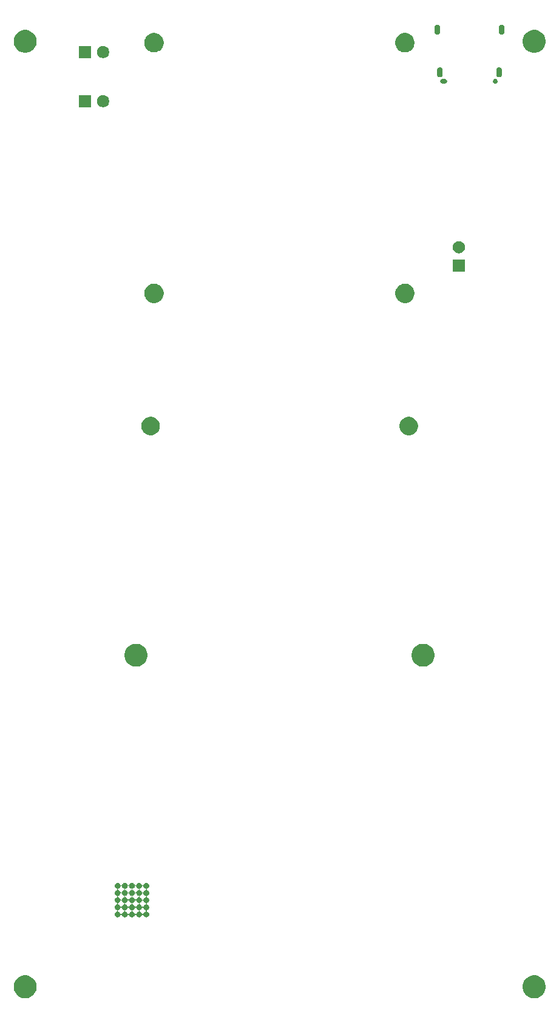
<source format=gbr>
G04 #@! TF.GenerationSoftware,KiCad,Pcbnew,5.1.5+dfsg1-2build2*
G04 #@! TF.CreationDate,2022-08-16T14:09:05+02:00*
G04 #@! TF.ProjectId,qCamPCR,7143616d-5043-4522-9e6b-696361645f70,rev?*
G04 #@! TF.SameCoordinates,Original*
G04 #@! TF.FileFunction,Soldermask,Bot*
G04 #@! TF.FilePolarity,Negative*
%FSLAX46Y46*%
G04 Gerber Fmt 4.6, Leading zero omitted, Abs format (unit mm)*
G04 Created by KiCad (PCBNEW 5.1.5+dfsg1-2build2) date 2022-08-16 14:09:05*
%MOMM*%
%LPD*%
G04 APERTURE LIST*
%ADD10C,0.100000*%
G04 APERTURE END LIST*
D10*
G36*
X135966703Y-164461486D02*
G01*
X136257883Y-164582097D01*
X136519940Y-164757198D01*
X136742802Y-164980060D01*
X136917903Y-165242117D01*
X137038514Y-165533297D01*
X137100000Y-165842412D01*
X137100000Y-166157588D01*
X137038514Y-166466703D01*
X136917903Y-166757883D01*
X136742802Y-167019940D01*
X136519940Y-167242802D01*
X136257883Y-167417903D01*
X135966703Y-167538514D01*
X135657588Y-167600000D01*
X135342412Y-167600000D01*
X135033297Y-167538514D01*
X134742117Y-167417903D01*
X134480060Y-167242802D01*
X134257198Y-167019940D01*
X134082097Y-166757883D01*
X133961486Y-166466703D01*
X133900000Y-166157588D01*
X133900000Y-165842412D01*
X133961486Y-165533297D01*
X134082097Y-165242117D01*
X134257198Y-164980060D01*
X134480060Y-164757198D01*
X134742117Y-164582097D01*
X135033297Y-164461486D01*
X135342412Y-164400000D01*
X135657588Y-164400000D01*
X135966703Y-164461486D01*
G37*
G36*
X64966703Y-164461486D02*
G01*
X65257883Y-164582097D01*
X65519940Y-164757198D01*
X65742802Y-164980060D01*
X65917903Y-165242117D01*
X66038514Y-165533297D01*
X66100000Y-165842412D01*
X66100000Y-166157588D01*
X66038514Y-166466703D01*
X65917903Y-166757883D01*
X65742802Y-167019940D01*
X65519940Y-167242802D01*
X65257883Y-167417903D01*
X64966703Y-167538514D01*
X64657588Y-167600000D01*
X64342412Y-167600000D01*
X64033297Y-167538514D01*
X63742117Y-167417903D01*
X63480060Y-167242802D01*
X63257198Y-167019940D01*
X63082097Y-166757883D01*
X62961486Y-166466703D01*
X62900000Y-166157588D01*
X62900000Y-165842412D01*
X62961486Y-165533297D01*
X63082097Y-165242117D01*
X63257198Y-164980060D01*
X63480060Y-164757198D01*
X63742117Y-164582097D01*
X64033297Y-164461486D01*
X64342412Y-164400000D01*
X64657588Y-164400000D01*
X64966703Y-164461486D01*
G37*
G36*
X77516676Y-151495372D02*
G01*
X77548424Y-151508522D01*
X77589468Y-151525523D01*
X77589471Y-151525525D01*
X77654985Y-151569300D01*
X77710700Y-151625015D01*
X77710701Y-151625017D01*
X77754477Y-151690532D01*
X77784516Y-151763054D01*
X77796067Y-151784665D01*
X77811612Y-151803607D01*
X77830554Y-151819153D01*
X77852164Y-151830704D01*
X77875613Y-151837817D01*
X77899999Y-151840219D01*
X77924385Y-151837817D01*
X77947834Y-151830704D01*
X77969445Y-151819153D01*
X77988387Y-151803608D01*
X78003933Y-151784666D01*
X78015484Y-151763054D01*
X78045523Y-151690532D01*
X78089299Y-151625017D01*
X78089300Y-151625015D01*
X78145015Y-151569300D01*
X78210529Y-151525525D01*
X78210532Y-151525523D01*
X78251576Y-151508522D01*
X78283324Y-151495372D01*
X78360603Y-151480000D01*
X78439397Y-151480000D01*
X78516676Y-151495372D01*
X78548424Y-151508522D01*
X78589468Y-151525523D01*
X78589471Y-151525525D01*
X78654985Y-151569300D01*
X78710700Y-151625015D01*
X78710701Y-151625017D01*
X78754477Y-151690532D01*
X78784516Y-151763054D01*
X78796067Y-151784665D01*
X78811612Y-151803607D01*
X78830554Y-151819153D01*
X78852164Y-151830704D01*
X78875613Y-151837817D01*
X78899999Y-151840219D01*
X78924385Y-151837817D01*
X78947834Y-151830704D01*
X78969445Y-151819153D01*
X78988387Y-151803608D01*
X79003933Y-151784666D01*
X79015484Y-151763054D01*
X79045523Y-151690532D01*
X79089299Y-151625017D01*
X79089300Y-151625015D01*
X79145015Y-151569300D01*
X79210529Y-151525525D01*
X79210532Y-151525523D01*
X79251576Y-151508522D01*
X79283324Y-151495372D01*
X79360603Y-151480000D01*
X79439397Y-151480000D01*
X79516676Y-151495372D01*
X79548424Y-151508522D01*
X79589468Y-151525523D01*
X79589471Y-151525525D01*
X79654985Y-151569300D01*
X79710700Y-151625015D01*
X79710701Y-151625017D01*
X79754477Y-151690532D01*
X79784516Y-151763054D01*
X79796067Y-151784665D01*
X79811612Y-151803607D01*
X79830554Y-151819153D01*
X79852164Y-151830704D01*
X79875613Y-151837817D01*
X79899999Y-151840219D01*
X79924385Y-151837817D01*
X79947834Y-151830704D01*
X79969445Y-151819153D01*
X79988387Y-151803608D01*
X80003933Y-151784666D01*
X80015484Y-151763054D01*
X80045523Y-151690532D01*
X80089299Y-151625017D01*
X80089300Y-151625015D01*
X80145015Y-151569300D01*
X80210529Y-151525525D01*
X80210532Y-151525523D01*
X80251576Y-151508522D01*
X80283324Y-151495372D01*
X80360603Y-151480000D01*
X80439397Y-151480000D01*
X80516676Y-151495372D01*
X80548424Y-151508522D01*
X80589468Y-151525523D01*
X80589471Y-151525525D01*
X80654985Y-151569300D01*
X80710700Y-151625015D01*
X80710701Y-151625017D01*
X80754477Y-151690532D01*
X80784516Y-151763054D01*
X80796067Y-151784665D01*
X80811612Y-151803607D01*
X80830554Y-151819153D01*
X80852164Y-151830704D01*
X80875613Y-151837817D01*
X80899999Y-151840219D01*
X80924385Y-151837817D01*
X80947834Y-151830704D01*
X80969445Y-151819153D01*
X80988387Y-151803608D01*
X81003933Y-151784666D01*
X81015484Y-151763054D01*
X81045523Y-151690532D01*
X81089299Y-151625017D01*
X81089300Y-151625015D01*
X81145015Y-151569300D01*
X81210529Y-151525525D01*
X81210532Y-151525523D01*
X81251576Y-151508522D01*
X81283324Y-151495372D01*
X81360603Y-151480000D01*
X81439397Y-151480000D01*
X81516676Y-151495372D01*
X81548424Y-151508522D01*
X81589468Y-151525523D01*
X81589471Y-151525525D01*
X81654985Y-151569300D01*
X81710700Y-151625015D01*
X81710701Y-151625017D01*
X81754477Y-151690532D01*
X81771478Y-151731576D01*
X81784628Y-151763324D01*
X81800000Y-151840603D01*
X81800000Y-151919397D01*
X81784628Y-151996676D01*
X81784516Y-151996946D01*
X81754477Y-152069468D01*
X81754475Y-152069471D01*
X81710700Y-152134985D01*
X81654985Y-152190700D01*
X81589471Y-152234475D01*
X81589468Y-152234477D01*
X81516946Y-152264516D01*
X81495335Y-152276067D01*
X81476393Y-152291612D01*
X81460847Y-152310554D01*
X81449296Y-152332164D01*
X81442183Y-152355613D01*
X81439781Y-152379999D01*
X81442183Y-152404385D01*
X81449296Y-152427834D01*
X81460847Y-152449445D01*
X81476392Y-152468387D01*
X81495334Y-152483933D01*
X81516946Y-152495484D01*
X81589468Y-152525523D01*
X81589471Y-152525525D01*
X81654985Y-152569300D01*
X81710700Y-152625015D01*
X81710701Y-152625017D01*
X81754477Y-152690532D01*
X81771478Y-152731576D01*
X81784628Y-152763324D01*
X81800000Y-152840603D01*
X81800000Y-152919397D01*
X81784628Y-152996676D01*
X81784516Y-152996946D01*
X81754477Y-153069468D01*
X81754475Y-153069471D01*
X81710700Y-153134985D01*
X81654985Y-153190700D01*
X81589471Y-153234475D01*
X81589468Y-153234477D01*
X81516946Y-153264516D01*
X81495335Y-153276067D01*
X81476393Y-153291612D01*
X81460847Y-153310554D01*
X81449296Y-153332164D01*
X81442183Y-153355613D01*
X81439781Y-153379999D01*
X81442183Y-153404385D01*
X81449296Y-153427834D01*
X81460847Y-153449445D01*
X81476392Y-153468387D01*
X81495334Y-153483933D01*
X81516946Y-153495484D01*
X81589468Y-153525523D01*
X81589471Y-153525525D01*
X81654985Y-153569300D01*
X81710700Y-153625015D01*
X81710701Y-153625017D01*
X81754477Y-153690532D01*
X81771478Y-153731576D01*
X81784628Y-153763324D01*
X81800000Y-153840603D01*
X81800000Y-153919397D01*
X81784628Y-153996676D01*
X81784516Y-153996946D01*
X81754477Y-154069468D01*
X81754475Y-154069471D01*
X81710700Y-154134985D01*
X81654985Y-154190700D01*
X81589471Y-154234475D01*
X81589468Y-154234477D01*
X81516946Y-154264516D01*
X81495335Y-154276067D01*
X81476393Y-154291612D01*
X81460847Y-154310554D01*
X81449296Y-154332164D01*
X81442183Y-154355613D01*
X81439781Y-154379999D01*
X81442183Y-154404385D01*
X81449296Y-154427834D01*
X81460847Y-154449445D01*
X81476392Y-154468387D01*
X81495334Y-154483933D01*
X81516946Y-154495484D01*
X81589468Y-154525523D01*
X81589471Y-154525525D01*
X81654985Y-154569300D01*
X81710700Y-154625015D01*
X81710701Y-154625017D01*
X81754477Y-154690532D01*
X81771478Y-154731576D01*
X81784628Y-154763324D01*
X81800000Y-154840603D01*
X81800000Y-154919397D01*
X81784628Y-154996676D01*
X81784516Y-154996946D01*
X81754477Y-155069468D01*
X81754475Y-155069471D01*
X81710700Y-155134985D01*
X81654985Y-155190700D01*
X81589471Y-155234475D01*
X81589468Y-155234477D01*
X81516946Y-155264516D01*
X81495335Y-155276067D01*
X81476393Y-155291612D01*
X81460847Y-155310554D01*
X81449296Y-155332164D01*
X81442183Y-155355613D01*
X81439781Y-155379999D01*
X81442183Y-155404385D01*
X81449296Y-155427834D01*
X81460847Y-155449445D01*
X81476392Y-155468387D01*
X81495334Y-155483933D01*
X81516946Y-155495484D01*
X81589468Y-155525523D01*
X81589471Y-155525525D01*
X81654985Y-155569300D01*
X81710700Y-155625015D01*
X81710701Y-155625017D01*
X81754477Y-155690532D01*
X81771478Y-155731576D01*
X81784628Y-155763324D01*
X81800000Y-155840603D01*
X81800000Y-155919397D01*
X81784628Y-155996676D01*
X81784516Y-155996946D01*
X81754477Y-156069468D01*
X81754475Y-156069471D01*
X81710700Y-156134985D01*
X81654985Y-156190700D01*
X81589471Y-156234475D01*
X81589468Y-156234477D01*
X81548424Y-156251478D01*
X81516676Y-156264628D01*
X81439397Y-156280000D01*
X81360603Y-156280000D01*
X81283324Y-156264628D01*
X81251576Y-156251478D01*
X81210532Y-156234477D01*
X81210529Y-156234475D01*
X81145015Y-156190700D01*
X81089300Y-156134985D01*
X81045525Y-156069471D01*
X81045523Y-156069468D01*
X81015484Y-155996946D01*
X81003933Y-155975335D01*
X80988388Y-155956393D01*
X80969446Y-155940847D01*
X80947836Y-155929296D01*
X80924387Y-155922183D01*
X80900001Y-155919781D01*
X80875615Y-155922183D01*
X80852166Y-155929296D01*
X80830555Y-155940847D01*
X80811613Y-155956392D01*
X80796067Y-155975334D01*
X80784516Y-155996946D01*
X80754477Y-156069468D01*
X80754475Y-156069471D01*
X80710700Y-156134985D01*
X80654985Y-156190700D01*
X80589471Y-156234475D01*
X80589468Y-156234477D01*
X80548424Y-156251478D01*
X80516676Y-156264628D01*
X80439397Y-156280000D01*
X80360603Y-156280000D01*
X80283324Y-156264628D01*
X80251576Y-156251478D01*
X80210532Y-156234477D01*
X80210529Y-156234475D01*
X80145015Y-156190700D01*
X80089300Y-156134985D01*
X80045525Y-156069471D01*
X80045523Y-156069468D01*
X80015484Y-155996946D01*
X80003933Y-155975335D01*
X79988388Y-155956393D01*
X79969446Y-155940847D01*
X79947836Y-155929296D01*
X79924387Y-155922183D01*
X79900001Y-155919781D01*
X79875615Y-155922183D01*
X79852166Y-155929296D01*
X79830555Y-155940847D01*
X79811613Y-155956392D01*
X79796067Y-155975334D01*
X79784516Y-155996946D01*
X79754477Y-156069468D01*
X79754475Y-156069471D01*
X79710700Y-156134985D01*
X79654985Y-156190700D01*
X79589471Y-156234475D01*
X79589468Y-156234477D01*
X79548424Y-156251478D01*
X79516676Y-156264628D01*
X79439397Y-156280000D01*
X79360603Y-156280000D01*
X79283324Y-156264628D01*
X79251576Y-156251478D01*
X79210532Y-156234477D01*
X79210529Y-156234475D01*
X79145015Y-156190700D01*
X79089300Y-156134985D01*
X79045525Y-156069471D01*
X79045523Y-156069468D01*
X79015484Y-155996946D01*
X79003933Y-155975335D01*
X78988388Y-155956393D01*
X78969446Y-155940847D01*
X78947836Y-155929296D01*
X78924387Y-155922183D01*
X78900001Y-155919781D01*
X78875615Y-155922183D01*
X78852166Y-155929296D01*
X78830555Y-155940847D01*
X78811613Y-155956392D01*
X78796067Y-155975334D01*
X78784516Y-155996946D01*
X78754477Y-156069468D01*
X78754475Y-156069471D01*
X78710700Y-156134985D01*
X78654985Y-156190700D01*
X78589471Y-156234475D01*
X78589468Y-156234477D01*
X78548424Y-156251478D01*
X78516676Y-156264628D01*
X78439397Y-156280000D01*
X78360603Y-156280000D01*
X78283324Y-156264628D01*
X78251576Y-156251478D01*
X78210532Y-156234477D01*
X78210529Y-156234475D01*
X78145015Y-156190700D01*
X78089300Y-156134985D01*
X78045525Y-156069471D01*
X78045523Y-156069468D01*
X78015484Y-155996946D01*
X78003933Y-155975335D01*
X77988388Y-155956393D01*
X77969446Y-155940847D01*
X77947836Y-155929296D01*
X77924387Y-155922183D01*
X77900001Y-155919781D01*
X77875615Y-155922183D01*
X77852166Y-155929296D01*
X77830555Y-155940847D01*
X77811613Y-155956392D01*
X77796067Y-155975334D01*
X77784516Y-155996946D01*
X77754477Y-156069468D01*
X77754475Y-156069471D01*
X77710700Y-156134985D01*
X77654985Y-156190700D01*
X77589471Y-156234475D01*
X77589468Y-156234477D01*
X77548424Y-156251478D01*
X77516676Y-156264628D01*
X77439397Y-156280000D01*
X77360603Y-156280000D01*
X77283324Y-156264628D01*
X77251576Y-156251478D01*
X77210532Y-156234477D01*
X77210529Y-156234475D01*
X77145015Y-156190700D01*
X77089300Y-156134985D01*
X77045525Y-156069471D01*
X77045523Y-156069468D01*
X77015484Y-155996946D01*
X77015372Y-155996676D01*
X77000000Y-155919397D01*
X77000000Y-155840603D01*
X77015372Y-155763324D01*
X77028522Y-155731576D01*
X77045523Y-155690532D01*
X77089299Y-155625017D01*
X77089300Y-155625015D01*
X77145015Y-155569300D01*
X77210529Y-155525525D01*
X77210532Y-155525523D01*
X77283054Y-155495484D01*
X77304665Y-155483933D01*
X77323607Y-155468388D01*
X77339153Y-155449446D01*
X77350704Y-155427836D01*
X77357817Y-155404387D01*
X77360219Y-155380001D01*
X77360219Y-155379999D01*
X77439781Y-155379999D01*
X77442183Y-155404385D01*
X77449296Y-155427834D01*
X77460847Y-155449445D01*
X77476392Y-155468387D01*
X77495334Y-155483933D01*
X77516946Y-155495484D01*
X77589468Y-155525523D01*
X77589471Y-155525525D01*
X77654985Y-155569300D01*
X77710700Y-155625015D01*
X77710701Y-155625017D01*
X77754477Y-155690532D01*
X77784516Y-155763054D01*
X77796067Y-155784665D01*
X77811612Y-155803607D01*
X77830554Y-155819153D01*
X77852164Y-155830704D01*
X77875613Y-155837817D01*
X77899999Y-155840219D01*
X77924385Y-155837817D01*
X77947834Y-155830704D01*
X77969445Y-155819153D01*
X77988387Y-155803608D01*
X78003933Y-155784666D01*
X78015484Y-155763054D01*
X78045523Y-155690532D01*
X78089299Y-155625017D01*
X78089300Y-155625015D01*
X78145015Y-155569300D01*
X78210529Y-155525525D01*
X78210532Y-155525523D01*
X78283054Y-155495484D01*
X78304665Y-155483933D01*
X78323607Y-155468388D01*
X78339153Y-155449446D01*
X78350704Y-155427836D01*
X78357817Y-155404387D01*
X78360219Y-155380001D01*
X78360219Y-155379999D01*
X78439781Y-155379999D01*
X78442183Y-155404385D01*
X78449296Y-155427834D01*
X78460847Y-155449445D01*
X78476392Y-155468387D01*
X78495334Y-155483933D01*
X78516946Y-155495484D01*
X78589468Y-155525523D01*
X78589471Y-155525525D01*
X78654985Y-155569300D01*
X78710700Y-155625015D01*
X78710701Y-155625017D01*
X78754477Y-155690532D01*
X78784516Y-155763054D01*
X78796067Y-155784665D01*
X78811612Y-155803607D01*
X78830554Y-155819153D01*
X78852164Y-155830704D01*
X78875613Y-155837817D01*
X78899999Y-155840219D01*
X78924385Y-155837817D01*
X78947834Y-155830704D01*
X78969445Y-155819153D01*
X78988387Y-155803608D01*
X79003933Y-155784666D01*
X79015484Y-155763054D01*
X79045523Y-155690532D01*
X79089299Y-155625017D01*
X79089300Y-155625015D01*
X79145015Y-155569300D01*
X79210529Y-155525525D01*
X79210532Y-155525523D01*
X79283054Y-155495484D01*
X79304665Y-155483933D01*
X79323607Y-155468388D01*
X79339153Y-155449446D01*
X79350704Y-155427836D01*
X79357817Y-155404387D01*
X79360219Y-155380001D01*
X79360219Y-155379999D01*
X79439781Y-155379999D01*
X79442183Y-155404385D01*
X79449296Y-155427834D01*
X79460847Y-155449445D01*
X79476392Y-155468387D01*
X79495334Y-155483933D01*
X79516946Y-155495484D01*
X79589468Y-155525523D01*
X79589471Y-155525525D01*
X79654985Y-155569300D01*
X79710700Y-155625015D01*
X79710701Y-155625017D01*
X79754477Y-155690532D01*
X79784516Y-155763054D01*
X79796067Y-155784665D01*
X79811612Y-155803607D01*
X79830554Y-155819153D01*
X79852164Y-155830704D01*
X79875613Y-155837817D01*
X79899999Y-155840219D01*
X79924385Y-155837817D01*
X79947834Y-155830704D01*
X79969445Y-155819153D01*
X79988387Y-155803608D01*
X80003933Y-155784666D01*
X80015484Y-155763054D01*
X80045523Y-155690532D01*
X80089299Y-155625017D01*
X80089300Y-155625015D01*
X80145015Y-155569300D01*
X80210529Y-155525525D01*
X80210532Y-155525523D01*
X80283054Y-155495484D01*
X80304665Y-155483933D01*
X80323607Y-155468388D01*
X80339153Y-155449446D01*
X80350704Y-155427836D01*
X80357817Y-155404387D01*
X80360219Y-155380001D01*
X80360219Y-155379999D01*
X80439781Y-155379999D01*
X80442183Y-155404385D01*
X80449296Y-155427834D01*
X80460847Y-155449445D01*
X80476392Y-155468387D01*
X80495334Y-155483933D01*
X80516946Y-155495484D01*
X80589468Y-155525523D01*
X80589471Y-155525525D01*
X80654985Y-155569300D01*
X80710700Y-155625015D01*
X80710701Y-155625017D01*
X80754477Y-155690532D01*
X80784516Y-155763054D01*
X80796067Y-155784665D01*
X80811612Y-155803607D01*
X80830554Y-155819153D01*
X80852164Y-155830704D01*
X80875613Y-155837817D01*
X80899999Y-155840219D01*
X80924385Y-155837817D01*
X80947834Y-155830704D01*
X80969445Y-155819153D01*
X80988387Y-155803608D01*
X81003933Y-155784666D01*
X81015484Y-155763054D01*
X81045523Y-155690532D01*
X81089299Y-155625017D01*
X81089300Y-155625015D01*
X81145015Y-155569300D01*
X81210529Y-155525525D01*
X81210532Y-155525523D01*
X81283054Y-155495484D01*
X81304665Y-155483933D01*
X81323607Y-155468388D01*
X81339153Y-155449446D01*
X81350704Y-155427836D01*
X81357817Y-155404387D01*
X81360219Y-155380001D01*
X81357817Y-155355615D01*
X81350704Y-155332166D01*
X81339153Y-155310555D01*
X81323608Y-155291613D01*
X81304666Y-155276067D01*
X81283054Y-155264516D01*
X81210532Y-155234477D01*
X81210529Y-155234475D01*
X81145015Y-155190700D01*
X81089300Y-155134985D01*
X81045525Y-155069471D01*
X81045523Y-155069468D01*
X81015484Y-154996946D01*
X81003933Y-154975335D01*
X80988388Y-154956393D01*
X80969446Y-154940847D01*
X80947836Y-154929296D01*
X80924387Y-154922183D01*
X80900001Y-154919781D01*
X80875615Y-154922183D01*
X80852166Y-154929296D01*
X80830555Y-154940847D01*
X80811613Y-154956392D01*
X80796067Y-154975334D01*
X80784516Y-154996946D01*
X80754477Y-155069468D01*
X80754475Y-155069471D01*
X80710700Y-155134985D01*
X80654985Y-155190700D01*
X80589471Y-155234475D01*
X80589468Y-155234477D01*
X80516946Y-155264516D01*
X80495335Y-155276067D01*
X80476393Y-155291612D01*
X80460847Y-155310554D01*
X80449296Y-155332164D01*
X80442183Y-155355613D01*
X80439781Y-155379999D01*
X80360219Y-155379999D01*
X80357817Y-155355615D01*
X80350704Y-155332166D01*
X80339153Y-155310555D01*
X80323608Y-155291613D01*
X80304666Y-155276067D01*
X80283054Y-155264516D01*
X80210532Y-155234477D01*
X80210529Y-155234475D01*
X80145015Y-155190700D01*
X80089300Y-155134985D01*
X80045525Y-155069471D01*
X80045523Y-155069468D01*
X80015484Y-154996946D01*
X80003933Y-154975335D01*
X79988388Y-154956393D01*
X79969446Y-154940847D01*
X79947836Y-154929296D01*
X79924387Y-154922183D01*
X79900001Y-154919781D01*
X79875615Y-154922183D01*
X79852166Y-154929296D01*
X79830555Y-154940847D01*
X79811613Y-154956392D01*
X79796067Y-154975334D01*
X79784516Y-154996946D01*
X79754477Y-155069468D01*
X79754475Y-155069471D01*
X79710700Y-155134985D01*
X79654985Y-155190700D01*
X79589471Y-155234475D01*
X79589468Y-155234477D01*
X79516946Y-155264516D01*
X79495335Y-155276067D01*
X79476393Y-155291612D01*
X79460847Y-155310554D01*
X79449296Y-155332164D01*
X79442183Y-155355613D01*
X79439781Y-155379999D01*
X79360219Y-155379999D01*
X79357817Y-155355615D01*
X79350704Y-155332166D01*
X79339153Y-155310555D01*
X79323608Y-155291613D01*
X79304666Y-155276067D01*
X79283054Y-155264516D01*
X79210532Y-155234477D01*
X79210529Y-155234475D01*
X79145015Y-155190700D01*
X79089300Y-155134985D01*
X79045525Y-155069471D01*
X79045523Y-155069468D01*
X79015484Y-154996946D01*
X79003933Y-154975335D01*
X78988388Y-154956393D01*
X78969446Y-154940847D01*
X78947836Y-154929296D01*
X78924387Y-154922183D01*
X78900001Y-154919781D01*
X78875615Y-154922183D01*
X78852166Y-154929296D01*
X78830555Y-154940847D01*
X78811613Y-154956392D01*
X78796067Y-154975334D01*
X78784516Y-154996946D01*
X78754477Y-155069468D01*
X78754475Y-155069471D01*
X78710700Y-155134985D01*
X78654985Y-155190700D01*
X78589471Y-155234475D01*
X78589468Y-155234477D01*
X78516946Y-155264516D01*
X78495335Y-155276067D01*
X78476393Y-155291612D01*
X78460847Y-155310554D01*
X78449296Y-155332164D01*
X78442183Y-155355613D01*
X78439781Y-155379999D01*
X78360219Y-155379999D01*
X78357817Y-155355615D01*
X78350704Y-155332166D01*
X78339153Y-155310555D01*
X78323608Y-155291613D01*
X78304666Y-155276067D01*
X78283054Y-155264516D01*
X78210532Y-155234477D01*
X78210529Y-155234475D01*
X78145015Y-155190700D01*
X78089300Y-155134985D01*
X78045525Y-155069471D01*
X78045523Y-155069468D01*
X78015484Y-154996946D01*
X78003933Y-154975335D01*
X77988388Y-154956393D01*
X77969446Y-154940847D01*
X77947836Y-154929296D01*
X77924387Y-154922183D01*
X77900001Y-154919781D01*
X77875615Y-154922183D01*
X77852166Y-154929296D01*
X77830555Y-154940847D01*
X77811613Y-154956392D01*
X77796067Y-154975334D01*
X77784516Y-154996946D01*
X77754477Y-155069468D01*
X77754475Y-155069471D01*
X77710700Y-155134985D01*
X77654985Y-155190700D01*
X77589471Y-155234475D01*
X77589468Y-155234477D01*
X77516946Y-155264516D01*
X77495335Y-155276067D01*
X77476393Y-155291612D01*
X77460847Y-155310554D01*
X77449296Y-155332164D01*
X77442183Y-155355613D01*
X77439781Y-155379999D01*
X77360219Y-155379999D01*
X77357817Y-155355615D01*
X77350704Y-155332166D01*
X77339153Y-155310555D01*
X77323608Y-155291613D01*
X77304666Y-155276067D01*
X77283054Y-155264516D01*
X77210532Y-155234477D01*
X77210529Y-155234475D01*
X77145015Y-155190700D01*
X77089300Y-155134985D01*
X77045525Y-155069471D01*
X77045523Y-155069468D01*
X77015484Y-154996946D01*
X77015372Y-154996676D01*
X77000000Y-154919397D01*
X77000000Y-154840603D01*
X77015372Y-154763324D01*
X77028522Y-154731576D01*
X77045523Y-154690532D01*
X77089299Y-154625017D01*
X77089300Y-154625015D01*
X77145015Y-154569300D01*
X77210529Y-154525525D01*
X77210532Y-154525523D01*
X77283054Y-154495484D01*
X77304665Y-154483933D01*
X77323607Y-154468388D01*
X77339153Y-154449446D01*
X77350704Y-154427836D01*
X77357817Y-154404387D01*
X77360219Y-154380001D01*
X77360219Y-154379999D01*
X77439781Y-154379999D01*
X77442183Y-154404385D01*
X77449296Y-154427834D01*
X77460847Y-154449445D01*
X77476392Y-154468387D01*
X77495334Y-154483933D01*
X77516946Y-154495484D01*
X77589468Y-154525523D01*
X77589471Y-154525525D01*
X77654985Y-154569300D01*
X77710700Y-154625015D01*
X77710701Y-154625017D01*
X77754477Y-154690532D01*
X77784516Y-154763054D01*
X77796067Y-154784665D01*
X77811612Y-154803607D01*
X77830554Y-154819153D01*
X77852164Y-154830704D01*
X77875613Y-154837817D01*
X77899999Y-154840219D01*
X77924385Y-154837817D01*
X77947834Y-154830704D01*
X77969445Y-154819153D01*
X77988387Y-154803608D01*
X78003933Y-154784666D01*
X78015484Y-154763054D01*
X78045523Y-154690532D01*
X78089299Y-154625017D01*
X78089300Y-154625015D01*
X78145015Y-154569300D01*
X78210529Y-154525525D01*
X78210532Y-154525523D01*
X78283054Y-154495484D01*
X78304665Y-154483933D01*
X78323607Y-154468388D01*
X78339153Y-154449446D01*
X78350704Y-154427836D01*
X78357817Y-154404387D01*
X78360219Y-154380001D01*
X78360219Y-154379999D01*
X78439781Y-154379999D01*
X78442183Y-154404385D01*
X78449296Y-154427834D01*
X78460847Y-154449445D01*
X78476392Y-154468387D01*
X78495334Y-154483933D01*
X78516946Y-154495484D01*
X78589468Y-154525523D01*
X78589471Y-154525525D01*
X78654985Y-154569300D01*
X78710700Y-154625015D01*
X78710701Y-154625017D01*
X78754477Y-154690532D01*
X78784516Y-154763054D01*
X78796067Y-154784665D01*
X78811612Y-154803607D01*
X78830554Y-154819153D01*
X78852164Y-154830704D01*
X78875613Y-154837817D01*
X78899999Y-154840219D01*
X78924385Y-154837817D01*
X78947834Y-154830704D01*
X78969445Y-154819153D01*
X78988387Y-154803608D01*
X79003933Y-154784666D01*
X79015484Y-154763054D01*
X79045523Y-154690532D01*
X79089299Y-154625017D01*
X79089300Y-154625015D01*
X79145015Y-154569300D01*
X79210529Y-154525525D01*
X79210532Y-154525523D01*
X79283054Y-154495484D01*
X79304665Y-154483933D01*
X79323607Y-154468388D01*
X79339153Y-154449446D01*
X79350704Y-154427836D01*
X79357817Y-154404387D01*
X79360219Y-154380001D01*
X79360219Y-154379999D01*
X79439781Y-154379999D01*
X79442183Y-154404385D01*
X79449296Y-154427834D01*
X79460847Y-154449445D01*
X79476392Y-154468387D01*
X79495334Y-154483933D01*
X79516946Y-154495484D01*
X79589468Y-154525523D01*
X79589471Y-154525525D01*
X79654985Y-154569300D01*
X79710700Y-154625015D01*
X79710701Y-154625017D01*
X79754477Y-154690532D01*
X79784516Y-154763054D01*
X79796067Y-154784665D01*
X79811612Y-154803607D01*
X79830554Y-154819153D01*
X79852164Y-154830704D01*
X79875613Y-154837817D01*
X79899999Y-154840219D01*
X79924385Y-154837817D01*
X79947834Y-154830704D01*
X79969445Y-154819153D01*
X79988387Y-154803608D01*
X80003933Y-154784666D01*
X80015484Y-154763054D01*
X80045523Y-154690532D01*
X80089299Y-154625017D01*
X80089300Y-154625015D01*
X80145015Y-154569300D01*
X80210529Y-154525525D01*
X80210532Y-154525523D01*
X80283054Y-154495484D01*
X80304665Y-154483933D01*
X80323607Y-154468388D01*
X80339153Y-154449446D01*
X80350704Y-154427836D01*
X80357817Y-154404387D01*
X80360219Y-154380001D01*
X80360219Y-154379999D01*
X80439781Y-154379999D01*
X80442183Y-154404385D01*
X80449296Y-154427834D01*
X80460847Y-154449445D01*
X80476392Y-154468387D01*
X80495334Y-154483933D01*
X80516946Y-154495484D01*
X80589468Y-154525523D01*
X80589471Y-154525525D01*
X80654985Y-154569300D01*
X80710700Y-154625015D01*
X80710701Y-154625017D01*
X80754477Y-154690532D01*
X80784516Y-154763054D01*
X80796067Y-154784665D01*
X80811612Y-154803607D01*
X80830554Y-154819153D01*
X80852164Y-154830704D01*
X80875613Y-154837817D01*
X80899999Y-154840219D01*
X80924385Y-154837817D01*
X80947834Y-154830704D01*
X80969445Y-154819153D01*
X80988387Y-154803608D01*
X81003933Y-154784666D01*
X81015484Y-154763054D01*
X81045523Y-154690532D01*
X81089299Y-154625017D01*
X81089300Y-154625015D01*
X81145015Y-154569300D01*
X81210529Y-154525525D01*
X81210532Y-154525523D01*
X81283054Y-154495484D01*
X81304665Y-154483933D01*
X81323607Y-154468388D01*
X81339153Y-154449446D01*
X81350704Y-154427836D01*
X81357817Y-154404387D01*
X81360219Y-154380001D01*
X81357817Y-154355615D01*
X81350704Y-154332166D01*
X81339153Y-154310555D01*
X81323608Y-154291613D01*
X81304666Y-154276067D01*
X81283054Y-154264516D01*
X81210532Y-154234477D01*
X81210529Y-154234475D01*
X81145015Y-154190700D01*
X81089300Y-154134985D01*
X81045525Y-154069471D01*
X81045523Y-154069468D01*
X81015484Y-153996946D01*
X81003933Y-153975335D01*
X80988388Y-153956393D01*
X80969446Y-153940847D01*
X80947836Y-153929296D01*
X80924387Y-153922183D01*
X80900001Y-153919781D01*
X80875615Y-153922183D01*
X80852166Y-153929296D01*
X80830555Y-153940847D01*
X80811613Y-153956392D01*
X80796067Y-153975334D01*
X80784516Y-153996946D01*
X80754477Y-154069468D01*
X80754475Y-154069471D01*
X80710700Y-154134985D01*
X80654985Y-154190700D01*
X80589471Y-154234475D01*
X80589468Y-154234477D01*
X80516946Y-154264516D01*
X80495335Y-154276067D01*
X80476393Y-154291612D01*
X80460847Y-154310554D01*
X80449296Y-154332164D01*
X80442183Y-154355613D01*
X80439781Y-154379999D01*
X80360219Y-154379999D01*
X80357817Y-154355615D01*
X80350704Y-154332166D01*
X80339153Y-154310555D01*
X80323608Y-154291613D01*
X80304666Y-154276067D01*
X80283054Y-154264516D01*
X80210532Y-154234477D01*
X80210529Y-154234475D01*
X80145015Y-154190700D01*
X80089300Y-154134985D01*
X80045525Y-154069471D01*
X80045523Y-154069468D01*
X80015484Y-153996946D01*
X80003933Y-153975335D01*
X79988388Y-153956393D01*
X79969446Y-153940847D01*
X79947836Y-153929296D01*
X79924387Y-153922183D01*
X79900001Y-153919781D01*
X79875615Y-153922183D01*
X79852166Y-153929296D01*
X79830555Y-153940847D01*
X79811613Y-153956392D01*
X79796067Y-153975334D01*
X79784516Y-153996946D01*
X79754477Y-154069468D01*
X79754475Y-154069471D01*
X79710700Y-154134985D01*
X79654985Y-154190700D01*
X79589471Y-154234475D01*
X79589468Y-154234477D01*
X79516946Y-154264516D01*
X79495335Y-154276067D01*
X79476393Y-154291612D01*
X79460847Y-154310554D01*
X79449296Y-154332164D01*
X79442183Y-154355613D01*
X79439781Y-154379999D01*
X79360219Y-154379999D01*
X79357817Y-154355615D01*
X79350704Y-154332166D01*
X79339153Y-154310555D01*
X79323608Y-154291613D01*
X79304666Y-154276067D01*
X79283054Y-154264516D01*
X79210532Y-154234477D01*
X79210529Y-154234475D01*
X79145015Y-154190700D01*
X79089300Y-154134985D01*
X79045525Y-154069471D01*
X79045523Y-154069468D01*
X79015484Y-153996946D01*
X79003933Y-153975335D01*
X78988388Y-153956393D01*
X78969446Y-153940847D01*
X78947836Y-153929296D01*
X78924387Y-153922183D01*
X78900001Y-153919781D01*
X78875615Y-153922183D01*
X78852166Y-153929296D01*
X78830555Y-153940847D01*
X78811613Y-153956392D01*
X78796067Y-153975334D01*
X78784516Y-153996946D01*
X78754477Y-154069468D01*
X78754475Y-154069471D01*
X78710700Y-154134985D01*
X78654985Y-154190700D01*
X78589471Y-154234475D01*
X78589468Y-154234477D01*
X78516946Y-154264516D01*
X78495335Y-154276067D01*
X78476393Y-154291612D01*
X78460847Y-154310554D01*
X78449296Y-154332164D01*
X78442183Y-154355613D01*
X78439781Y-154379999D01*
X78360219Y-154379999D01*
X78357817Y-154355615D01*
X78350704Y-154332166D01*
X78339153Y-154310555D01*
X78323608Y-154291613D01*
X78304666Y-154276067D01*
X78283054Y-154264516D01*
X78210532Y-154234477D01*
X78210529Y-154234475D01*
X78145015Y-154190700D01*
X78089300Y-154134985D01*
X78045525Y-154069471D01*
X78045523Y-154069468D01*
X78015484Y-153996946D01*
X78003933Y-153975335D01*
X77988388Y-153956393D01*
X77969446Y-153940847D01*
X77947836Y-153929296D01*
X77924387Y-153922183D01*
X77900001Y-153919781D01*
X77875615Y-153922183D01*
X77852166Y-153929296D01*
X77830555Y-153940847D01*
X77811613Y-153956392D01*
X77796067Y-153975334D01*
X77784516Y-153996946D01*
X77754477Y-154069468D01*
X77754475Y-154069471D01*
X77710700Y-154134985D01*
X77654985Y-154190700D01*
X77589471Y-154234475D01*
X77589468Y-154234477D01*
X77516946Y-154264516D01*
X77495335Y-154276067D01*
X77476393Y-154291612D01*
X77460847Y-154310554D01*
X77449296Y-154332164D01*
X77442183Y-154355613D01*
X77439781Y-154379999D01*
X77360219Y-154379999D01*
X77357817Y-154355615D01*
X77350704Y-154332166D01*
X77339153Y-154310555D01*
X77323608Y-154291613D01*
X77304666Y-154276067D01*
X77283054Y-154264516D01*
X77210532Y-154234477D01*
X77210529Y-154234475D01*
X77145015Y-154190700D01*
X77089300Y-154134985D01*
X77045525Y-154069471D01*
X77045523Y-154069468D01*
X77015484Y-153996946D01*
X77015372Y-153996676D01*
X77000000Y-153919397D01*
X77000000Y-153840603D01*
X77015372Y-153763324D01*
X77028522Y-153731576D01*
X77045523Y-153690532D01*
X77089299Y-153625017D01*
X77089300Y-153625015D01*
X77145015Y-153569300D01*
X77210529Y-153525525D01*
X77210532Y-153525523D01*
X77283054Y-153495484D01*
X77304665Y-153483933D01*
X77323607Y-153468388D01*
X77339153Y-153449446D01*
X77350704Y-153427836D01*
X77357817Y-153404387D01*
X77360219Y-153380001D01*
X77360219Y-153379999D01*
X77439781Y-153379999D01*
X77442183Y-153404385D01*
X77449296Y-153427834D01*
X77460847Y-153449445D01*
X77476392Y-153468387D01*
X77495334Y-153483933D01*
X77516946Y-153495484D01*
X77589468Y-153525523D01*
X77589471Y-153525525D01*
X77654985Y-153569300D01*
X77710700Y-153625015D01*
X77710701Y-153625017D01*
X77754477Y-153690532D01*
X77784516Y-153763054D01*
X77796067Y-153784665D01*
X77811612Y-153803607D01*
X77830554Y-153819153D01*
X77852164Y-153830704D01*
X77875613Y-153837817D01*
X77899999Y-153840219D01*
X77924385Y-153837817D01*
X77947834Y-153830704D01*
X77969445Y-153819153D01*
X77988387Y-153803608D01*
X78003933Y-153784666D01*
X78015484Y-153763054D01*
X78045523Y-153690532D01*
X78089299Y-153625017D01*
X78089300Y-153625015D01*
X78145015Y-153569300D01*
X78210529Y-153525525D01*
X78210532Y-153525523D01*
X78283054Y-153495484D01*
X78304665Y-153483933D01*
X78323607Y-153468388D01*
X78339153Y-153449446D01*
X78350704Y-153427836D01*
X78357817Y-153404387D01*
X78360219Y-153380001D01*
X78360219Y-153379999D01*
X78439781Y-153379999D01*
X78442183Y-153404385D01*
X78449296Y-153427834D01*
X78460847Y-153449445D01*
X78476392Y-153468387D01*
X78495334Y-153483933D01*
X78516946Y-153495484D01*
X78589468Y-153525523D01*
X78589471Y-153525525D01*
X78654985Y-153569300D01*
X78710700Y-153625015D01*
X78710701Y-153625017D01*
X78754477Y-153690532D01*
X78784516Y-153763054D01*
X78796067Y-153784665D01*
X78811612Y-153803607D01*
X78830554Y-153819153D01*
X78852164Y-153830704D01*
X78875613Y-153837817D01*
X78899999Y-153840219D01*
X78924385Y-153837817D01*
X78947834Y-153830704D01*
X78969445Y-153819153D01*
X78988387Y-153803608D01*
X79003933Y-153784666D01*
X79015484Y-153763054D01*
X79045523Y-153690532D01*
X79089299Y-153625017D01*
X79089300Y-153625015D01*
X79145015Y-153569300D01*
X79210529Y-153525525D01*
X79210532Y-153525523D01*
X79283054Y-153495484D01*
X79304665Y-153483933D01*
X79323607Y-153468388D01*
X79339153Y-153449446D01*
X79350704Y-153427836D01*
X79357817Y-153404387D01*
X79360219Y-153380001D01*
X79360219Y-153379999D01*
X79439781Y-153379999D01*
X79442183Y-153404385D01*
X79449296Y-153427834D01*
X79460847Y-153449445D01*
X79476392Y-153468387D01*
X79495334Y-153483933D01*
X79516946Y-153495484D01*
X79589468Y-153525523D01*
X79589471Y-153525525D01*
X79654985Y-153569300D01*
X79710700Y-153625015D01*
X79710701Y-153625017D01*
X79754477Y-153690532D01*
X79784516Y-153763054D01*
X79796067Y-153784665D01*
X79811612Y-153803607D01*
X79830554Y-153819153D01*
X79852164Y-153830704D01*
X79875613Y-153837817D01*
X79899999Y-153840219D01*
X79924385Y-153837817D01*
X79947834Y-153830704D01*
X79969445Y-153819153D01*
X79988387Y-153803608D01*
X80003933Y-153784666D01*
X80015484Y-153763054D01*
X80045523Y-153690532D01*
X80089299Y-153625017D01*
X80089300Y-153625015D01*
X80145015Y-153569300D01*
X80210529Y-153525525D01*
X80210532Y-153525523D01*
X80283054Y-153495484D01*
X80304665Y-153483933D01*
X80323607Y-153468388D01*
X80339153Y-153449446D01*
X80350704Y-153427836D01*
X80357817Y-153404387D01*
X80360219Y-153380001D01*
X80360219Y-153379999D01*
X80439781Y-153379999D01*
X80442183Y-153404385D01*
X80449296Y-153427834D01*
X80460847Y-153449445D01*
X80476392Y-153468387D01*
X80495334Y-153483933D01*
X80516946Y-153495484D01*
X80589468Y-153525523D01*
X80589471Y-153525525D01*
X80654985Y-153569300D01*
X80710700Y-153625015D01*
X80710701Y-153625017D01*
X80754477Y-153690532D01*
X80784516Y-153763054D01*
X80796067Y-153784665D01*
X80811612Y-153803607D01*
X80830554Y-153819153D01*
X80852164Y-153830704D01*
X80875613Y-153837817D01*
X80899999Y-153840219D01*
X80924385Y-153837817D01*
X80947834Y-153830704D01*
X80969445Y-153819153D01*
X80988387Y-153803608D01*
X81003933Y-153784666D01*
X81015484Y-153763054D01*
X81045523Y-153690532D01*
X81089299Y-153625017D01*
X81089300Y-153625015D01*
X81145015Y-153569300D01*
X81210529Y-153525525D01*
X81210532Y-153525523D01*
X81283054Y-153495484D01*
X81304665Y-153483933D01*
X81323607Y-153468388D01*
X81339153Y-153449446D01*
X81350704Y-153427836D01*
X81357817Y-153404387D01*
X81360219Y-153380001D01*
X81357817Y-153355615D01*
X81350704Y-153332166D01*
X81339153Y-153310555D01*
X81323608Y-153291613D01*
X81304666Y-153276067D01*
X81283054Y-153264516D01*
X81210532Y-153234477D01*
X81210529Y-153234475D01*
X81145015Y-153190700D01*
X81089300Y-153134985D01*
X81045525Y-153069471D01*
X81045523Y-153069468D01*
X81015484Y-152996946D01*
X81003933Y-152975335D01*
X80988388Y-152956393D01*
X80969446Y-152940847D01*
X80947836Y-152929296D01*
X80924387Y-152922183D01*
X80900001Y-152919781D01*
X80875615Y-152922183D01*
X80852166Y-152929296D01*
X80830555Y-152940847D01*
X80811613Y-152956392D01*
X80796067Y-152975334D01*
X80784516Y-152996946D01*
X80754477Y-153069468D01*
X80754475Y-153069471D01*
X80710700Y-153134985D01*
X80654985Y-153190700D01*
X80589471Y-153234475D01*
X80589468Y-153234477D01*
X80516946Y-153264516D01*
X80495335Y-153276067D01*
X80476393Y-153291612D01*
X80460847Y-153310554D01*
X80449296Y-153332164D01*
X80442183Y-153355613D01*
X80439781Y-153379999D01*
X80360219Y-153379999D01*
X80357817Y-153355615D01*
X80350704Y-153332166D01*
X80339153Y-153310555D01*
X80323608Y-153291613D01*
X80304666Y-153276067D01*
X80283054Y-153264516D01*
X80210532Y-153234477D01*
X80210529Y-153234475D01*
X80145015Y-153190700D01*
X80089300Y-153134985D01*
X80045525Y-153069471D01*
X80045523Y-153069468D01*
X80015484Y-152996946D01*
X80003933Y-152975335D01*
X79988388Y-152956393D01*
X79969446Y-152940847D01*
X79947836Y-152929296D01*
X79924387Y-152922183D01*
X79900001Y-152919781D01*
X79875615Y-152922183D01*
X79852166Y-152929296D01*
X79830555Y-152940847D01*
X79811613Y-152956392D01*
X79796067Y-152975334D01*
X79784516Y-152996946D01*
X79754477Y-153069468D01*
X79754475Y-153069471D01*
X79710700Y-153134985D01*
X79654985Y-153190700D01*
X79589471Y-153234475D01*
X79589468Y-153234477D01*
X79516946Y-153264516D01*
X79495335Y-153276067D01*
X79476393Y-153291612D01*
X79460847Y-153310554D01*
X79449296Y-153332164D01*
X79442183Y-153355613D01*
X79439781Y-153379999D01*
X79360219Y-153379999D01*
X79357817Y-153355615D01*
X79350704Y-153332166D01*
X79339153Y-153310555D01*
X79323608Y-153291613D01*
X79304666Y-153276067D01*
X79283054Y-153264516D01*
X79210532Y-153234477D01*
X79210529Y-153234475D01*
X79145015Y-153190700D01*
X79089300Y-153134985D01*
X79045525Y-153069471D01*
X79045523Y-153069468D01*
X79015484Y-152996946D01*
X79003933Y-152975335D01*
X78988388Y-152956393D01*
X78969446Y-152940847D01*
X78947836Y-152929296D01*
X78924387Y-152922183D01*
X78900001Y-152919781D01*
X78875615Y-152922183D01*
X78852166Y-152929296D01*
X78830555Y-152940847D01*
X78811613Y-152956392D01*
X78796067Y-152975334D01*
X78784516Y-152996946D01*
X78754477Y-153069468D01*
X78754475Y-153069471D01*
X78710700Y-153134985D01*
X78654985Y-153190700D01*
X78589471Y-153234475D01*
X78589468Y-153234477D01*
X78516946Y-153264516D01*
X78495335Y-153276067D01*
X78476393Y-153291612D01*
X78460847Y-153310554D01*
X78449296Y-153332164D01*
X78442183Y-153355613D01*
X78439781Y-153379999D01*
X78360219Y-153379999D01*
X78357817Y-153355615D01*
X78350704Y-153332166D01*
X78339153Y-153310555D01*
X78323608Y-153291613D01*
X78304666Y-153276067D01*
X78283054Y-153264516D01*
X78210532Y-153234477D01*
X78210529Y-153234475D01*
X78145015Y-153190700D01*
X78089300Y-153134985D01*
X78045525Y-153069471D01*
X78045523Y-153069468D01*
X78015484Y-152996946D01*
X78003933Y-152975335D01*
X77988388Y-152956393D01*
X77969446Y-152940847D01*
X77947836Y-152929296D01*
X77924387Y-152922183D01*
X77900001Y-152919781D01*
X77875615Y-152922183D01*
X77852166Y-152929296D01*
X77830555Y-152940847D01*
X77811613Y-152956392D01*
X77796067Y-152975334D01*
X77784516Y-152996946D01*
X77754477Y-153069468D01*
X77754475Y-153069471D01*
X77710700Y-153134985D01*
X77654985Y-153190700D01*
X77589471Y-153234475D01*
X77589468Y-153234477D01*
X77516946Y-153264516D01*
X77495335Y-153276067D01*
X77476393Y-153291612D01*
X77460847Y-153310554D01*
X77449296Y-153332164D01*
X77442183Y-153355613D01*
X77439781Y-153379999D01*
X77360219Y-153379999D01*
X77357817Y-153355615D01*
X77350704Y-153332166D01*
X77339153Y-153310555D01*
X77323608Y-153291613D01*
X77304666Y-153276067D01*
X77283054Y-153264516D01*
X77210532Y-153234477D01*
X77210529Y-153234475D01*
X77145015Y-153190700D01*
X77089300Y-153134985D01*
X77045525Y-153069471D01*
X77045523Y-153069468D01*
X77015484Y-152996946D01*
X77015372Y-152996676D01*
X77000000Y-152919397D01*
X77000000Y-152840603D01*
X77015372Y-152763324D01*
X77028522Y-152731576D01*
X77045523Y-152690532D01*
X77089299Y-152625017D01*
X77089300Y-152625015D01*
X77145015Y-152569300D01*
X77210529Y-152525525D01*
X77210532Y-152525523D01*
X77283054Y-152495484D01*
X77304665Y-152483933D01*
X77323607Y-152468388D01*
X77339153Y-152449446D01*
X77350704Y-152427836D01*
X77357817Y-152404387D01*
X77360219Y-152380001D01*
X77360219Y-152379999D01*
X77439781Y-152379999D01*
X77442183Y-152404385D01*
X77449296Y-152427834D01*
X77460847Y-152449445D01*
X77476392Y-152468387D01*
X77495334Y-152483933D01*
X77516946Y-152495484D01*
X77589468Y-152525523D01*
X77589471Y-152525525D01*
X77654985Y-152569300D01*
X77710700Y-152625015D01*
X77710701Y-152625017D01*
X77754477Y-152690532D01*
X77784516Y-152763054D01*
X77796067Y-152784665D01*
X77811612Y-152803607D01*
X77830554Y-152819153D01*
X77852164Y-152830704D01*
X77875613Y-152837817D01*
X77899999Y-152840219D01*
X77924385Y-152837817D01*
X77947834Y-152830704D01*
X77969445Y-152819153D01*
X77988387Y-152803608D01*
X78003933Y-152784666D01*
X78015484Y-152763054D01*
X78045523Y-152690532D01*
X78089299Y-152625017D01*
X78089300Y-152625015D01*
X78145015Y-152569300D01*
X78210529Y-152525525D01*
X78210532Y-152525523D01*
X78283054Y-152495484D01*
X78304665Y-152483933D01*
X78323607Y-152468388D01*
X78339153Y-152449446D01*
X78350704Y-152427836D01*
X78357817Y-152404387D01*
X78360219Y-152380001D01*
X78360219Y-152379999D01*
X78439781Y-152379999D01*
X78442183Y-152404385D01*
X78449296Y-152427834D01*
X78460847Y-152449445D01*
X78476392Y-152468387D01*
X78495334Y-152483933D01*
X78516946Y-152495484D01*
X78589468Y-152525523D01*
X78589471Y-152525525D01*
X78654985Y-152569300D01*
X78710700Y-152625015D01*
X78710701Y-152625017D01*
X78754477Y-152690532D01*
X78784516Y-152763054D01*
X78796067Y-152784665D01*
X78811612Y-152803607D01*
X78830554Y-152819153D01*
X78852164Y-152830704D01*
X78875613Y-152837817D01*
X78899999Y-152840219D01*
X78924385Y-152837817D01*
X78947834Y-152830704D01*
X78969445Y-152819153D01*
X78988387Y-152803608D01*
X79003933Y-152784666D01*
X79015484Y-152763054D01*
X79045523Y-152690532D01*
X79089299Y-152625017D01*
X79089300Y-152625015D01*
X79145015Y-152569300D01*
X79210529Y-152525525D01*
X79210532Y-152525523D01*
X79283054Y-152495484D01*
X79304665Y-152483933D01*
X79323607Y-152468388D01*
X79339153Y-152449446D01*
X79350704Y-152427836D01*
X79357817Y-152404387D01*
X79360219Y-152380001D01*
X79360219Y-152379999D01*
X79439781Y-152379999D01*
X79442183Y-152404385D01*
X79449296Y-152427834D01*
X79460847Y-152449445D01*
X79476392Y-152468387D01*
X79495334Y-152483933D01*
X79516946Y-152495484D01*
X79589468Y-152525523D01*
X79589471Y-152525525D01*
X79654985Y-152569300D01*
X79710700Y-152625015D01*
X79710701Y-152625017D01*
X79754477Y-152690532D01*
X79784516Y-152763054D01*
X79796067Y-152784665D01*
X79811612Y-152803607D01*
X79830554Y-152819153D01*
X79852164Y-152830704D01*
X79875613Y-152837817D01*
X79899999Y-152840219D01*
X79924385Y-152837817D01*
X79947834Y-152830704D01*
X79969445Y-152819153D01*
X79988387Y-152803608D01*
X80003933Y-152784666D01*
X80015484Y-152763054D01*
X80045523Y-152690532D01*
X80089299Y-152625017D01*
X80089300Y-152625015D01*
X80145015Y-152569300D01*
X80210529Y-152525525D01*
X80210532Y-152525523D01*
X80283054Y-152495484D01*
X80304665Y-152483933D01*
X80323607Y-152468388D01*
X80339153Y-152449446D01*
X80350704Y-152427836D01*
X80357817Y-152404387D01*
X80360219Y-152380001D01*
X80360219Y-152379999D01*
X80439781Y-152379999D01*
X80442183Y-152404385D01*
X80449296Y-152427834D01*
X80460847Y-152449445D01*
X80476392Y-152468387D01*
X80495334Y-152483933D01*
X80516946Y-152495484D01*
X80589468Y-152525523D01*
X80589471Y-152525525D01*
X80654985Y-152569300D01*
X80710700Y-152625015D01*
X80710701Y-152625017D01*
X80754477Y-152690532D01*
X80784516Y-152763054D01*
X80796067Y-152784665D01*
X80811612Y-152803607D01*
X80830554Y-152819153D01*
X80852164Y-152830704D01*
X80875613Y-152837817D01*
X80899999Y-152840219D01*
X80924385Y-152837817D01*
X80947834Y-152830704D01*
X80969445Y-152819153D01*
X80988387Y-152803608D01*
X81003933Y-152784666D01*
X81015484Y-152763054D01*
X81045523Y-152690532D01*
X81089299Y-152625017D01*
X81089300Y-152625015D01*
X81145015Y-152569300D01*
X81210529Y-152525525D01*
X81210532Y-152525523D01*
X81283054Y-152495484D01*
X81304665Y-152483933D01*
X81323607Y-152468388D01*
X81339153Y-152449446D01*
X81350704Y-152427836D01*
X81357817Y-152404387D01*
X81360219Y-152380001D01*
X81357817Y-152355615D01*
X81350704Y-152332166D01*
X81339153Y-152310555D01*
X81323608Y-152291613D01*
X81304666Y-152276067D01*
X81283054Y-152264516D01*
X81210532Y-152234477D01*
X81210529Y-152234475D01*
X81145015Y-152190700D01*
X81089300Y-152134985D01*
X81045525Y-152069471D01*
X81045523Y-152069468D01*
X81015484Y-151996946D01*
X81003933Y-151975335D01*
X80988388Y-151956393D01*
X80969446Y-151940847D01*
X80947836Y-151929296D01*
X80924387Y-151922183D01*
X80900001Y-151919781D01*
X80875615Y-151922183D01*
X80852166Y-151929296D01*
X80830555Y-151940847D01*
X80811613Y-151956392D01*
X80796067Y-151975334D01*
X80784516Y-151996946D01*
X80754477Y-152069468D01*
X80754475Y-152069471D01*
X80710700Y-152134985D01*
X80654985Y-152190700D01*
X80589471Y-152234475D01*
X80589468Y-152234477D01*
X80516946Y-152264516D01*
X80495335Y-152276067D01*
X80476393Y-152291612D01*
X80460847Y-152310554D01*
X80449296Y-152332164D01*
X80442183Y-152355613D01*
X80439781Y-152379999D01*
X80360219Y-152379999D01*
X80357817Y-152355615D01*
X80350704Y-152332166D01*
X80339153Y-152310555D01*
X80323608Y-152291613D01*
X80304666Y-152276067D01*
X80283054Y-152264516D01*
X80210532Y-152234477D01*
X80210529Y-152234475D01*
X80145015Y-152190700D01*
X80089300Y-152134985D01*
X80045525Y-152069471D01*
X80045523Y-152069468D01*
X80015484Y-151996946D01*
X80003933Y-151975335D01*
X79988388Y-151956393D01*
X79969446Y-151940847D01*
X79947836Y-151929296D01*
X79924387Y-151922183D01*
X79900001Y-151919781D01*
X79875615Y-151922183D01*
X79852166Y-151929296D01*
X79830555Y-151940847D01*
X79811613Y-151956392D01*
X79796067Y-151975334D01*
X79784516Y-151996946D01*
X79754477Y-152069468D01*
X79754475Y-152069471D01*
X79710700Y-152134985D01*
X79654985Y-152190700D01*
X79589471Y-152234475D01*
X79589468Y-152234477D01*
X79516946Y-152264516D01*
X79495335Y-152276067D01*
X79476393Y-152291612D01*
X79460847Y-152310554D01*
X79449296Y-152332164D01*
X79442183Y-152355613D01*
X79439781Y-152379999D01*
X79360219Y-152379999D01*
X79357817Y-152355615D01*
X79350704Y-152332166D01*
X79339153Y-152310555D01*
X79323608Y-152291613D01*
X79304666Y-152276067D01*
X79283054Y-152264516D01*
X79210532Y-152234477D01*
X79210529Y-152234475D01*
X79145015Y-152190700D01*
X79089300Y-152134985D01*
X79045525Y-152069471D01*
X79045523Y-152069468D01*
X79015484Y-151996946D01*
X79003933Y-151975335D01*
X78988388Y-151956393D01*
X78969446Y-151940847D01*
X78947836Y-151929296D01*
X78924387Y-151922183D01*
X78900001Y-151919781D01*
X78875615Y-151922183D01*
X78852166Y-151929296D01*
X78830555Y-151940847D01*
X78811613Y-151956392D01*
X78796067Y-151975334D01*
X78784516Y-151996946D01*
X78754477Y-152069468D01*
X78754475Y-152069471D01*
X78710700Y-152134985D01*
X78654985Y-152190700D01*
X78589471Y-152234475D01*
X78589468Y-152234477D01*
X78516946Y-152264516D01*
X78495335Y-152276067D01*
X78476393Y-152291612D01*
X78460847Y-152310554D01*
X78449296Y-152332164D01*
X78442183Y-152355613D01*
X78439781Y-152379999D01*
X78360219Y-152379999D01*
X78357817Y-152355615D01*
X78350704Y-152332166D01*
X78339153Y-152310555D01*
X78323608Y-152291613D01*
X78304666Y-152276067D01*
X78283054Y-152264516D01*
X78210532Y-152234477D01*
X78210529Y-152234475D01*
X78145015Y-152190700D01*
X78089300Y-152134985D01*
X78045525Y-152069471D01*
X78045523Y-152069468D01*
X78015484Y-151996946D01*
X78003933Y-151975335D01*
X77988388Y-151956393D01*
X77969446Y-151940847D01*
X77947836Y-151929296D01*
X77924387Y-151922183D01*
X77900001Y-151919781D01*
X77875615Y-151922183D01*
X77852166Y-151929296D01*
X77830555Y-151940847D01*
X77811613Y-151956392D01*
X77796067Y-151975334D01*
X77784516Y-151996946D01*
X77754477Y-152069468D01*
X77754475Y-152069471D01*
X77710700Y-152134985D01*
X77654985Y-152190700D01*
X77589471Y-152234475D01*
X77589468Y-152234477D01*
X77516946Y-152264516D01*
X77495335Y-152276067D01*
X77476393Y-152291612D01*
X77460847Y-152310554D01*
X77449296Y-152332164D01*
X77442183Y-152355613D01*
X77439781Y-152379999D01*
X77360219Y-152379999D01*
X77357817Y-152355615D01*
X77350704Y-152332166D01*
X77339153Y-152310555D01*
X77323608Y-152291613D01*
X77304666Y-152276067D01*
X77283054Y-152264516D01*
X77210532Y-152234477D01*
X77210529Y-152234475D01*
X77145015Y-152190700D01*
X77089300Y-152134985D01*
X77045525Y-152069471D01*
X77045523Y-152069468D01*
X77015484Y-151996946D01*
X77015372Y-151996676D01*
X77000000Y-151919397D01*
X77000000Y-151840603D01*
X77015372Y-151763324D01*
X77028522Y-151731576D01*
X77045523Y-151690532D01*
X77089299Y-151625017D01*
X77089300Y-151625015D01*
X77145015Y-151569300D01*
X77210529Y-151525525D01*
X77210532Y-151525523D01*
X77251576Y-151508522D01*
X77283324Y-151495372D01*
X77360603Y-151480000D01*
X77439397Y-151480000D01*
X77516676Y-151495372D01*
G37*
G36*
X120470284Y-118164839D02*
G01*
X120761464Y-118285450D01*
X121023521Y-118460551D01*
X121246383Y-118683413D01*
X121421484Y-118945470D01*
X121542095Y-119236650D01*
X121603581Y-119545765D01*
X121603581Y-119860941D01*
X121542095Y-120170056D01*
X121421484Y-120461236D01*
X121246383Y-120723293D01*
X121023521Y-120946155D01*
X120761464Y-121121256D01*
X120470284Y-121241867D01*
X120161169Y-121303353D01*
X119845993Y-121303353D01*
X119536878Y-121241867D01*
X119245698Y-121121256D01*
X118983641Y-120946155D01*
X118760779Y-120723293D01*
X118585678Y-120461236D01*
X118465067Y-120170056D01*
X118403581Y-119860941D01*
X118403581Y-119545765D01*
X118465067Y-119236650D01*
X118585678Y-118945470D01*
X118760779Y-118683413D01*
X118983641Y-118460551D01*
X119245698Y-118285450D01*
X119536878Y-118164839D01*
X119845993Y-118103353D01*
X120161169Y-118103353D01*
X120470284Y-118164839D01*
G37*
G36*
X80434374Y-118164839D02*
G01*
X80725554Y-118285450D01*
X80987611Y-118460551D01*
X81210473Y-118683413D01*
X81385574Y-118945470D01*
X81506185Y-119236650D01*
X81567671Y-119545765D01*
X81567671Y-119860941D01*
X81506185Y-120170056D01*
X81385574Y-120461236D01*
X81210473Y-120723293D01*
X80987611Y-120946155D01*
X80725554Y-121121256D01*
X80434374Y-121241867D01*
X80125259Y-121303353D01*
X79810083Y-121303353D01*
X79500968Y-121241867D01*
X79209788Y-121121256D01*
X78947731Y-120946155D01*
X78724869Y-120723293D01*
X78549768Y-120461236D01*
X78429157Y-120170056D01*
X78367671Y-119860941D01*
X78367671Y-119545765D01*
X78429157Y-119236650D01*
X78549768Y-118945470D01*
X78724869Y-118683413D01*
X78947731Y-118460551D01*
X79209788Y-118285450D01*
X79500968Y-118164839D01*
X79810083Y-118103353D01*
X80125259Y-118103353D01*
X80434374Y-118164839D01*
G37*
G36*
X82379196Y-86448032D02*
G01*
X82615781Y-86546029D01*
X82828702Y-86688298D01*
X83009776Y-86869372D01*
X83152045Y-87082293D01*
X83250042Y-87318878D01*
X83300000Y-87570035D01*
X83300000Y-87826113D01*
X83250042Y-88077270D01*
X83152045Y-88313855D01*
X83009776Y-88526776D01*
X82828702Y-88707850D01*
X82615781Y-88850119D01*
X82379196Y-88948116D01*
X82128040Y-88998074D01*
X81871960Y-88998074D01*
X81620804Y-88948116D01*
X81384219Y-88850119D01*
X81171298Y-88707850D01*
X80990224Y-88526776D01*
X80847955Y-88313855D01*
X80749958Y-88077270D01*
X80700000Y-87826113D01*
X80700000Y-87570035D01*
X80749958Y-87318878D01*
X80847955Y-87082293D01*
X80990224Y-86869372D01*
X81171298Y-86688298D01*
X81384219Y-86546029D01*
X81620804Y-86448032D01*
X81871960Y-86398074D01*
X82128040Y-86398074D01*
X82379196Y-86448032D01*
G37*
G36*
X118379196Y-86448032D02*
G01*
X118615781Y-86546029D01*
X118828702Y-86688298D01*
X119009776Y-86869372D01*
X119152045Y-87082293D01*
X119250042Y-87318878D01*
X119300000Y-87570035D01*
X119300000Y-87826113D01*
X119250042Y-88077270D01*
X119152045Y-88313855D01*
X119009776Y-88526776D01*
X118828702Y-88707850D01*
X118615781Y-88850119D01*
X118379196Y-88948116D01*
X118128040Y-88998074D01*
X117871960Y-88998074D01*
X117620804Y-88948116D01*
X117384219Y-88850119D01*
X117171298Y-88707850D01*
X116990224Y-88526776D01*
X116847955Y-88313855D01*
X116749958Y-88077270D01*
X116700000Y-87826113D01*
X116700000Y-87570035D01*
X116749958Y-87318878D01*
X116847955Y-87082293D01*
X116990224Y-86869372D01*
X117171298Y-86688298D01*
X117384219Y-86546029D01*
X117620804Y-86448032D01*
X117871960Y-86398074D01*
X118128040Y-86398074D01*
X118379196Y-86448032D01*
G37*
G36*
X82866952Y-67878149D02*
G01*
X83112636Y-67979915D01*
X83112638Y-67979916D01*
X83223942Y-68054287D01*
X83333747Y-68127656D01*
X83521787Y-68315696D01*
X83669528Y-68536807D01*
X83771294Y-68782491D01*
X83823173Y-69043305D01*
X83823173Y-69309235D01*
X83771294Y-69570049D01*
X83669528Y-69815733D01*
X83669527Y-69815735D01*
X83521786Y-70036845D01*
X83333748Y-70224883D01*
X83112638Y-70372624D01*
X83112637Y-70372625D01*
X83112636Y-70372625D01*
X82866952Y-70474391D01*
X82606138Y-70526270D01*
X82340208Y-70526270D01*
X82079394Y-70474391D01*
X81833710Y-70372625D01*
X81833709Y-70372625D01*
X81833708Y-70372624D01*
X81612598Y-70224883D01*
X81424560Y-70036845D01*
X81276819Y-69815735D01*
X81276818Y-69815733D01*
X81175052Y-69570049D01*
X81123173Y-69309235D01*
X81123173Y-69043305D01*
X81175052Y-68782491D01*
X81276818Y-68536807D01*
X81424559Y-68315696D01*
X81612599Y-68127656D01*
X81722404Y-68054287D01*
X81833708Y-67979916D01*
X81833710Y-67979915D01*
X82079394Y-67878149D01*
X82340208Y-67826270D01*
X82606138Y-67826270D01*
X82866952Y-67878149D01*
G37*
G36*
X117868340Y-67878149D02*
G01*
X118114024Y-67979915D01*
X118114026Y-67979916D01*
X118225330Y-68054287D01*
X118335135Y-68127656D01*
X118523175Y-68315696D01*
X118670916Y-68536807D01*
X118772682Y-68782491D01*
X118824561Y-69043305D01*
X118824561Y-69309235D01*
X118772682Y-69570049D01*
X118670916Y-69815733D01*
X118670915Y-69815735D01*
X118523174Y-70036845D01*
X118335136Y-70224883D01*
X118114026Y-70372624D01*
X118114025Y-70372625D01*
X118114024Y-70372625D01*
X117868340Y-70474391D01*
X117607526Y-70526270D01*
X117341596Y-70526270D01*
X117080782Y-70474391D01*
X116835098Y-70372625D01*
X116835097Y-70372625D01*
X116835096Y-70372624D01*
X116613986Y-70224883D01*
X116425948Y-70036845D01*
X116278207Y-69815735D01*
X116278206Y-69815733D01*
X116176440Y-69570049D01*
X116124561Y-69309235D01*
X116124561Y-69043305D01*
X116176440Y-68782491D01*
X116278206Y-68536807D01*
X116425947Y-68315696D01*
X116613987Y-68127656D01*
X116723792Y-68054287D01*
X116835096Y-67979916D01*
X116835098Y-67979915D01*
X117080782Y-67878149D01*
X117341596Y-67826270D01*
X117607526Y-67826270D01*
X117868340Y-67878149D01*
G37*
G36*
X125850000Y-66120000D02*
G01*
X124150000Y-66120000D01*
X124150000Y-64420000D01*
X125850000Y-64420000D01*
X125850000Y-66120000D01*
G37*
G36*
X125247935Y-61912664D02*
G01*
X125402624Y-61976739D01*
X125402626Y-61976740D01*
X125541844Y-62069762D01*
X125660238Y-62188156D01*
X125753260Y-62327374D01*
X125753261Y-62327376D01*
X125817336Y-62482065D01*
X125850000Y-62646281D01*
X125850000Y-62813719D01*
X125817336Y-62977935D01*
X125753261Y-63132624D01*
X125753260Y-63132626D01*
X125660238Y-63271844D01*
X125541844Y-63390238D01*
X125402626Y-63483260D01*
X125402625Y-63483261D01*
X125402624Y-63483261D01*
X125247935Y-63547336D01*
X125083719Y-63580000D01*
X124916281Y-63580000D01*
X124752065Y-63547336D01*
X124597376Y-63483261D01*
X124597375Y-63483261D01*
X124597374Y-63483260D01*
X124458156Y-63390238D01*
X124339762Y-63271844D01*
X124246740Y-63132626D01*
X124246739Y-63132624D01*
X124182664Y-62977935D01*
X124150000Y-62813719D01*
X124150000Y-62646281D01*
X124182664Y-62482065D01*
X124246739Y-62327376D01*
X124246740Y-62327374D01*
X124339762Y-62188156D01*
X124458156Y-62069762D01*
X124597374Y-61976740D01*
X124597376Y-61976739D01*
X124752065Y-61912664D01*
X124916281Y-61880000D01*
X125083719Y-61880000D01*
X125247935Y-61912664D01*
G37*
G36*
X75609935Y-41524664D02*
G01*
X75764624Y-41588739D01*
X75764626Y-41588740D01*
X75903844Y-41681762D01*
X76022238Y-41800156D01*
X76115260Y-41939374D01*
X76115261Y-41939376D01*
X76179336Y-42094065D01*
X76212000Y-42258281D01*
X76212000Y-42425719D01*
X76179336Y-42589935D01*
X76115261Y-42744624D01*
X76115260Y-42744626D01*
X76022238Y-42883844D01*
X75903844Y-43002238D01*
X75764626Y-43095260D01*
X75764625Y-43095261D01*
X75764624Y-43095261D01*
X75609935Y-43159336D01*
X75445719Y-43192000D01*
X75278281Y-43192000D01*
X75114065Y-43159336D01*
X74959376Y-43095261D01*
X74959375Y-43095261D01*
X74959374Y-43095260D01*
X74820156Y-43002238D01*
X74701762Y-42883844D01*
X74608740Y-42744626D01*
X74608739Y-42744624D01*
X74544664Y-42589935D01*
X74512000Y-42425719D01*
X74512000Y-42258281D01*
X74544664Y-42094065D01*
X74608739Y-41939376D01*
X74608740Y-41939374D01*
X74701762Y-41800156D01*
X74820156Y-41681762D01*
X74959374Y-41588740D01*
X74959376Y-41588739D01*
X75114065Y-41524664D01*
X75278281Y-41492000D01*
X75445719Y-41492000D01*
X75609935Y-41524664D01*
G37*
G36*
X73672000Y-43192000D02*
G01*
X71972000Y-43192000D01*
X71972000Y-41492000D01*
X73672000Y-41492000D01*
X73672000Y-43192000D01*
G37*
G36*
X130174799Y-39237489D02*
G01*
X130233945Y-39261988D01*
X130287176Y-39297556D01*
X130332444Y-39342824D01*
X130368012Y-39396055D01*
X130392511Y-39455201D01*
X130405000Y-39517990D01*
X130405000Y-39582010D01*
X130392511Y-39644799D01*
X130368012Y-39703945D01*
X130332444Y-39757176D01*
X130287176Y-39802444D01*
X130233945Y-39838012D01*
X130174799Y-39862511D01*
X130112010Y-39875000D01*
X130047990Y-39875000D01*
X129985201Y-39862511D01*
X129926055Y-39838012D01*
X129872824Y-39802444D01*
X129827556Y-39757176D01*
X129791988Y-39703945D01*
X129767489Y-39644799D01*
X129755000Y-39582010D01*
X129755000Y-39517990D01*
X129767489Y-39455201D01*
X129791988Y-39396055D01*
X129827556Y-39342824D01*
X129872824Y-39297556D01*
X129926055Y-39261988D01*
X129985201Y-39237489D01*
X130047990Y-39225000D01*
X130112010Y-39225000D01*
X130174799Y-39237489D01*
G37*
G36*
X123093712Y-39229702D02*
G01*
X123154972Y-39248286D01*
X123211436Y-39278466D01*
X123260922Y-39319078D01*
X123301534Y-39368564D01*
X123331714Y-39425028D01*
X123350298Y-39486288D01*
X123356572Y-39550000D01*
X123350298Y-39613712D01*
X123331714Y-39674972D01*
X123301534Y-39731436D01*
X123260922Y-39780922D01*
X123211436Y-39821534D01*
X123154972Y-39851714D01*
X123093712Y-39870298D01*
X123045965Y-39875000D01*
X122714035Y-39875000D01*
X122666288Y-39870298D01*
X122605028Y-39851714D01*
X122548564Y-39821534D01*
X122499078Y-39780922D01*
X122458466Y-39731436D01*
X122428286Y-39674972D01*
X122409702Y-39613712D01*
X122403428Y-39550000D01*
X122409702Y-39486288D01*
X122428286Y-39425028D01*
X122458466Y-39368564D01*
X122499078Y-39319078D01*
X122548564Y-39278466D01*
X122605028Y-39248286D01*
X122666288Y-39229702D01*
X122714035Y-39225000D01*
X123045965Y-39225000D01*
X123093712Y-39229702D01*
G37*
G36*
X122428414Y-37605788D02*
G01*
X122503814Y-37628660D01*
X122573303Y-37665803D01*
X122634211Y-37715789D01*
X122684197Y-37776697D01*
X122721340Y-37846186D01*
X122744212Y-37921586D01*
X122750000Y-37980353D01*
X122750000Y-38619647D01*
X122744212Y-38678414D01*
X122721340Y-38753814D01*
X122684197Y-38823303D01*
X122684196Y-38823304D01*
X122634211Y-38884211D01*
X122573304Y-38934196D01*
X122573302Y-38934197D01*
X122503813Y-38971340D01*
X122428413Y-38994212D01*
X122350000Y-39001935D01*
X122271586Y-38994212D01*
X122196186Y-38971340D01*
X122126697Y-38934197D01*
X122065789Y-38884211D01*
X122015804Y-38823304D01*
X122013240Y-38818507D01*
X121978660Y-38753813D01*
X121955788Y-38678413D01*
X121950000Y-38619646D01*
X121950000Y-37980355D01*
X121955789Y-37921590D01*
X121955789Y-37921586D01*
X121978661Y-37846186D01*
X122015804Y-37776697D01*
X122065790Y-37715789D01*
X122126698Y-37665803D01*
X122196187Y-37628660D01*
X122271587Y-37605788D01*
X122350000Y-37598065D01*
X122428414Y-37605788D01*
G37*
G36*
X130688414Y-37605788D02*
G01*
X130763814Y-37628660D01*
X130833303Y-37665803D01*
X130894211Y-37715789D01*
X130944197Y-37776697D01*
X130981340Y-37846186D01*
X131004212Y-37921586D01*
X131010000Y-37980353D01*
X131010000Y-38619647D01*
X131004212Y-38678414D01*
X130981340Y-38753814D01*
X130944197Y-38823303D01*
X130944196Y-38823304D01*
X130894211Y-38884211D01*
X130833304Y-38934196D01*
X130833302Y-38934197D01*
X130763813Y-38971340D01*
X130688413Y-38994212D01*
X130610000Y-39001935D01*
X130531586Y-38994212D01*
X130456186Y-38971340D01*
X130386697Y-38934197D01*
X130325789Y-38884211D01*
X130275804Y-38823304D01*
X130273240Y-38818507D01*
X130238660Y-38753813D01*
X130215788Y-38678413D01*
X130210000Y-38619646D01*
X130210000Y-37980355D01*
X130215789Y-37921590D01*
X130215789Y-37921586D01*
X130238661Y-37846186D01*
X130275804Y-37776697D01*
X130325790Y-37715789D01*
X130386698Y-37665803D01*
X130456187Y-37628660D01*
X130531587Y-37605788D01*
X130610000Y-37598065D01*
X130688414Y-37605788D01*
G37*
G36*
X75609935Y-34666664D02*
G01*
X75764624Y-34730739D01*
X75764626Y-34730740D01*
X75903844Y-34823762D01*
X76022238Y-34942156D01*
X76115260Y-35081374D01*
X76115261Y-35081376D01*
X76179336Y-35236065D01*
X76212000Y-35400281D01*
X76212000Y-35567719D01*
X76179336Y-35731935D01*
X76115261Y-35886624D01*
X76115260Y-35886626D01*
X76022238Y-36025844D01*
X75903844Y-36144238D01*
X75764626Y-36237260D01*
X75764625Y-36237261D01*
X75764624Y-36237261D01*
X75609935Y-36301336D01*
X75445719Y-36334000D01*
X75278281Y-36334000D01*
X75114065Y-36301336D01*
X74959376Y-36237261D01*
X74959375Y-36237261D01*
X74959374Y-36237260D01*
X74820156Y-36144238D01*
X74701762Y-36025844D01*
X74608740Y-35886626D01*
X74608739Y-35886624D01*
X74544664Y-35731935D01*
X74512000Y-35567719D01*
X74512000Y-35400281D01*
X74544664Y-35236065D01*
X74608739Y-35081376D01*
X74608740Y-35081374D01*
X74701762Y-34942156D01*
X74820156Y-34823762D01*
X74959374Y-34730740D01*
X74959376Y-34730739D01*
X75114065Y-34666664D01*
X75278281Y-34634000D01*
X75445719Y-34634000D01*
X75609935Y-34666664D01*
G37*
G36*
X73672000Y-36334000D02*
G01*
X71972000Y-36334000D01*
X71972000Y-34634000D01*
X73672000Y-34634000D01*
X73672000Y-36334000D01*
G37*
G36*
X135966703Y-32461486D02*
G01*
X136257883Y-32582097D01*
X136519940Y-32757198D01*
X136742802Y-32980060D01*
X136917903Y-33242117D01*
X137038514Y-33533297D01*
X137100000Y-33842412D01*
X137100000Y-34157588D01*
X137038514Y-34466703D01*
X136917903Y-34757883D01*
X136742802Y-35019940D01*
X136519940Y-35242802D01*
X136257883Y-35417903D01*
X135966703Y-35538514D01*
X135657588Y-35600000D01*
X135342412Y-35600000D01*
X135033297Y-35538514D01*
X134742117Y-35417903D01*
X134480060Y-35242802D01*
X134257198Y-35019940D01*
X134082097Y-34757883D01*
X133961486Y-34466703D01*
X133900000Y-34157588D01*
X133900000Y-33842412D01*
X133961486Y-33533297D01*
X134082097Y-33242117D01*
X134257198Y-32980060D01*
X134480060Y-32757198D01*
X134742117Y-32582097D01*
X135033297Y-32461486D01*
X135342412Y-32400000D01*
X135657588Y-32400000D01*
X135966703Y-32461486D01*
G37*
G36*
X64966703Y-32461486D02*
G01*
X65257883Y-32582097D01*
X65519940Y-32757198D01*
X65742802Y-32980060D01*
X65917903Y-33242117D01*
X66038514Y-33533297D01*
X66100000Y-33842412D01*
X66100000Y-34157588D01*
X66038514Y-34466703D01*
X65917903Y-34757883D01*
X65742802Y-35019940D01*
X65519940Y-35242802D01*
X65257883Y-35417903D01*
X64966703Y-35538514D01*
X64657588Y-35600000D01*
X64342412Y-35600000D01*
X64033297Y-35538514D01*
X63742117Y-35417903D01*
X63480060Y-35242802D01*
X63257198Y-35019940D01*
X63082097Y-34757883D01*
X62961486Y-34466703D01*
X62900000Y-34157588D01*
X62900000Y-33842412D01*
X62961486Y-33533297D01*
X63082097Y-33242117D01*
X63257198Y-32980060D01*
X63480060Y-32757198D01*
X63742117Y-32582097D01*
X64033297Y-32461486D01*
X64342412Y-32400000D01*
X64657588Y-32400000D01*
X64966703Y-32461486D01*
G37*
G36*
X82866952Y-32876832D02*
G01*
X83112636Y-32978598D01*
X83112638Y-32978599D01*
X83121016Y-32984197D01*
X83333747Y-33126339D01*
X83521787Y-33314379D01*
X83669528Y-33535490D01*
X83771294Y-33781174D01*
X83823173Y-34041988D01*
X83823173Y-34307918D01*
X83771294Y-34568732D01*
X83704188Y-34730739D01*
X83669527Y-34814418D01*
X83595156Y-34925722D01*
X83521787Y-35035527D01*
X83333747Y-35223567D01*
X83223942Y-35296936D01*
X83112638Y-35371307D01*
X83112637Y-35371308D01*
X83112636Y-35371308D01*
X82866952Y-35473074D01*
X82606138Y-35524953D01*
X82340208Y-35524953D01*
X82079394Y-35473074D01*
X81833710Y-35371308D01*
X81833709Y-35371308D01*
X81833708Y-35371307D01*
X81722404Y-35296936D01*
X81612599Y-35223567D01*
X81424559Y-35035527D01*
X81351190Y-34925722D01*
X81276819Y-34814418D01*
X81242158Y-34730739D01*
X81175052Y-34568732D01*
X81123173Y-34307918D01*
X81123173Y-34041988D01*
X81175052Y-33781174D01*
X81276818Y-33535490D01*
X81424559Y-33314379D01*
X81612599Y-33126339D01*
X81825330Y-32984197D01*
X81833708Y-32978599D01*
X81833710Y-32978598D01*
X82079394Y-32876832D01*
X82340208Y-32824953D01*
X82606138Y-32824953D01*
X82866952Y-32876832D01*
G37*
G36*
X117868340Y-32876832D02*
G01*
X118114024Y-32978598D01*
X118114026Y-32978599D01*
X118122404Y-32984197D01*
X118335135Y-33126339D01*
X118523175Y-33314379D01*
X118670916Y-33535490D01*
X118772682Y-33781174D01*
X118824561Y-34041988D01*
X118824561Y-34307918D01*
X118772682Y-34568732D01*
X118705576Y-34730739D01*
X118670915Y-34814418D01*
X118596544Y-34925722D01*
X118523175Y-35035527D01*
X118335135Y-35223567D01*
X118225330Y-35296936D01*
X118114026Y-35371307D01*
X118114025Y-35371308D01*
X118114024Y-35371308D01*
X117868340Y-35473074D01*
X117607526Y-35524953D01*
X117341596Y-35524953D01*
X117080782Y-35473074D01*
X116835098Y-35371308D01*
X116835097Y-35371308D01*
X116835096Y-35371307D01*
X116723792Y-35296936D01*
X116613987Y-35223567D01*
X116425947Y-35035527D01*
X116352578Y-34925722D01*
X116278207Y-34814418D01*
X116243546Y-34730739D01*
X116176440Y-34568732D01*
X116124561Y-34307918D01*
X116124561Y-34041988D01*
X116176440Y-33781174D01*
X116278206Y-33535490D01*
X116425947Y-33314379D01*
X116613987Y-33126339D01*
X116826718Y-32984197D01*
X116835096Y-32978599D01*
X116835098Y-32978598D01*
X117080782Y-32876832D01*
X117341596Y-32824953D01*
X117607526Y-32824953D01*
X117868340Y-32876832D01*
G37*
G36*
X131048414Y-31655788D02*
G01*
X131123814Y-31678660D01*
X131193303Y-31715803D01*
X131254211Y-31765789D01*
X131304197Y-31826697D01*
X131341340Y-31896186D01*
X131364212Y-31971586D01*
X131370000Y-32030353D01*
X131370000Y-32669647D01*
X131364212Y-32728414D01*
X131341340Y-32803814D01*
X131304197Y-32873303D01*
X131304196Y-32873304D01*
X131254211Y-32934211D01*
X131193304Y-32984196D01*
X131193302Y-32984197D01*
X131123813Y-33021340D01*
X131048413Y-33044212D01*
X130970000Y-33051935D01*
X130891586Y-33044212D01*
X130816186Y-33021340D01*
X130746697Y-32984197D01*
X130685789Y-32934211D01*
X130635804Y-32873304D01*
X130609960Y-32824953D01*
X130598660Y-32803813D01*
X130575788Y-32728413D01*
X130570000Y-32669646D01*
X130570000Y-32030355D01*
X130575789Y-31971590D01*
X130575789Y-31971586D01*
X130598661Y-31896186D01*
X130635804Y-31826697D01*
X130685790Y-31765789D01*
X130746698Y-31715803D01*
X130816187Y-31678660D01*
X130891587Y-31655788D01*
X130970000Y-31648065D01*
X131048414Y-31655788D01*
G37*
G36*
X122068414Y-31655788D02*
G01*
X122143814Y-31678660D01*
X122213303Y-31715803D01*
X122274211Y-31765789D01*
X122324197Y-31826697D01*
X122361340Y-31896186D01*
X122384212Y-31971586D01*
X122390000Y-32030353D01*
X122390000Y-32669647D01*
X122384212Y-32728414D01*
X122361340Y-32803814D01*
X122324197Y-32873303D01*
X122324196Y-32873304D01*
X122274211Y-32934211D01*
X122213304Y-32984196D01*
X122213302Y-32984197D01*
X122143813Y-33021340D01*
X122068413Y-33044212D01*
X121990000Y-33051935D01*
X121911586Y-33044212D01*
X121836186Y-33021340D01*
X121766697Y-32984197D01*
X121705789Y-32934211D01*
X121655804Y-32873304D01*
X121629960Y-32824953D01*
X121618660Y-32803813D01*
X121595788Y-32728413D01*
X121590000Y-32669646D01*
X121590000Y-32030355D01*
X121595789Y-31971590D01*
X121595789Y-31971586D01*
X121618661Y-31896186D01*
X121655804Y-31826697D01*
X121705790Y-31765789D01*
X121766698Y-31715803D01*
X121836187Y-31678660D01*
X121911587Y-31655788D01*
X121990000Y-31648065D01*
X122068414Y-31655788D01*
G37*
M02*

</source>
